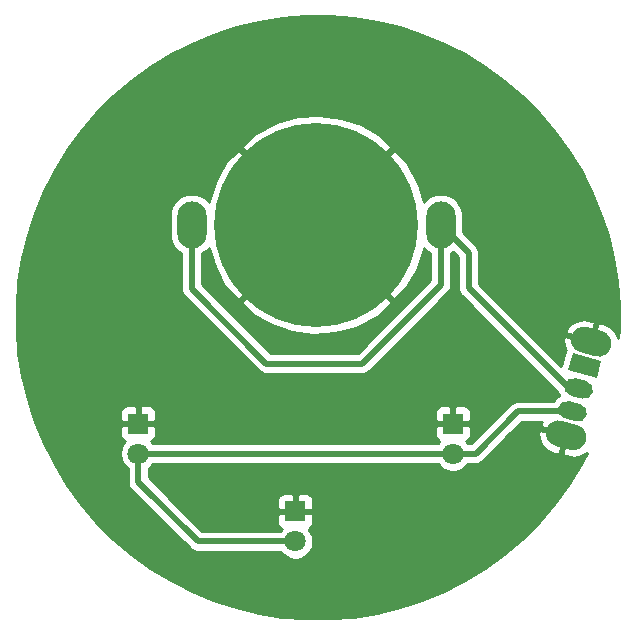
<source format=gbr>
%TF.GenerationSoftware,KiCad,Pcbnew,(5.1.8)-1*%
%TF.CreationDate,2022-03-30T16:17:14-07:00*%
%TF.ProjectId,Alpenglow_ChillySnowCloud_AllSilver_PCB,416c7065-6e67-46c6-9f77-5f4368696c6c,rev?*%
%TF.SameCoordinates,Original*%
%TF.FileFunction,Copper,L2,Bot*%
%TF.FilePolarity,Positive*%
%FSLAX46Y46*%
G04 Gerber Fmt 4.6, Leading zero omitted, Abs format (unit mm)*
G04 Created by KiCad (PCBNEW (5.1.8)-1) date 2022-03-30 16:17:14*
%MOMM*%
%LPD*%
G01*
G04 APERTURE LIST*
%TA.AperFunction,ComponentPad*%
%ADD10C,0.100000*%
%TD*%
%TA.AperFunction,ComponentPad*%
%ADD11O,2.500000X4.000000*%
%TD*%
%TA.AperFunction,SMDPad,CuDef*%
%ADD12C,17.272000*%
%TD*%
%TA.AperFunction,ComponentPad*%
%ADD13R,1.800000X1.800000*%
%TD*%
%TA.AperFunction,ComponentPad*%
%ADD14C,1.800000*%
%TD*%
%TA.AperFunction,Conductor*%
%ADD15C,0.508000*%
%TD*%
%TA.AperFunction,Conductor*%
%ADD16C,0.254000*%
%TD*%
%TA.AperFunction,Conductor*%
%ADD17C,0.100000*%
%TD*%
G04 APERTURE END LIST*
%TO.P,SW1,*%
%TO.N,GND*%
%TA.AperFunction,ComponentPad*%
G36*
G01*
X131978053Y-109161398D02*
X133233757Y-109497862D01*
G75*
G02*
X134011574Y-110845081I-284701J-1062518D01*
G01*
X134011574Y-110845081D01*
G75*
G02*
X132664355Y-111622898I-1062518J284701D01*
G01*
X131408651Y-111286434D01*
G75*
G02*
X130630834Y-109939215I284701J1062518D01*
G01*
X130630834Y-109939215D01*
G75*
G02*
X131978053Y-109161398I1062518J-284701D01*
G01*
G37*
%TD.AperFunction*%
%TA.AperFunction,ComponentPad*%
G36*
G01*
X134100369Y-101240806D02*
X135356073Y-101577270D01*
G75*
G02*
X136133890Y-102924489I-284701J-1062518D01*
G01*
X136133890Y-102924489D01*
G75*
G02*
X134786671Y-103702306I-1062518J284701D01*
G01*
X133530967Y-103365842D01*
G75*
G02*
X132753150Y-102018623I284701J1062518D01*
G01*
X132753150Y-102018623D01*
G75*
G02*
X134100369Y-101240806I1062518J-284701D01*
G01*
G37*
%TD.AperFunction*%
%TO.P,SW1,3*%
%TO.N,/LED+*%
%TA.AperFunction,ComponentPad*%
G36*
G01*
X132575875Y-107509849D02*
X133541801Y-107768669D01*
G75*
G02*
X134072131Y-108687227I-194114J-724444D01*
G01*
X134072131Y-108687227D01*
G75*
G02*
X133153573Y-109217557I-724444J194114D01*
G01*
X132187647Y-108958737D01*
G75*
G02*
X131657317Y-108040179I194114J724444D01*
G01*
X131657317Y-108040179D01*
G75*
G02*
X132575875Y-107509849I724444J-194114D01*
G01*
G37*
%TD.AperFunction*%
%TO.P,SW1,2*%
%TO.N,VCC*%
%TA.AperFunction,ComponentPad*%
G36*
G01*
X133093513Y-105577998D02*
X134059439Y-105836818D01*
G75*
G02*
X134589769Y-106755376I-194114J-724444D01*
G01*
X134589769Y-106755376D01*
G75*
G02*
X133671211Y-107285706I-724444J194114D01*
G01*
X132705285Y-107026886D01*
G75*
G02*
X132174955Y-106108328I194114J724444D01*
G01*
X132174955Y-106108328D01*
G75*
G02*
X133093513Y-105577998I724444J-194114D01*
G01*
G37*
%TD.AperFunction*%
%TA.AperFunction,ComponentPad*%
D10*
%TO.P,SW1,1*%
%TO.N,Net-(SW1-Pad1)*%
G36*
X132886707Y-103452032D02*
G01*
X135301522Y-104099079D01*
X134913293Y-105547968D01*
X132498478Y-104900921D01*
X132886707Y-103452032D01*
G37*
%TD.AperFunction*%
%TD*%
D11*
%TO.P,BT1,1*%
%TO.N,VCC*%
X121716800Y-92583000D03*
X100634800Y-92583000D03*
D12*
%TO.P,BT1,2*%
%TO.N,GND*%
X111175800Y-92583000D03*
%TD*%
D13*
%TO.P,D1,1*%
%TO.N,GND*%
X96088200Y-109397800D03*
D14*
%TO.P,D1,2*%
%TO.N,/LED+*%
X96088200Y-111937800D03*
%TD*%
D13*
%TO.P,D2,1*%
%TO.N,GND*%
X109397800Y-116840000D03*
D14*
%TO.P,D2,2*%
%TO.N,/LED+*%
X109397800Y-119380000D03*
%TD*%
%TO.P,D3,2*%
%TO.N,/LED+*%
X122732800Y-111937800D03*
D13*
%TO.P,D3,1*%
%TO.N,GND*%
X122732800Y-109397800D03*
%TD*%
D15*
%TO.N,VCC*%
X100634800Y-97993200D02*
X100634800Y-92583000D01*
X106959400Y-104317800D02*
X100634800Y-97993200D01*
X115036600Y-104317800D02*
X106959400Y-104317800D01*
X121716800Y-97637600D02*
X115036600Y-104317800D01*
X121716800Y-92583000D02*
X121716800Y-97637600D01*
X121894600Y-92583000D02*
X121716800Y-92583000D01*
X133382362Y-106001978D02*
X132957466Y-106001978D01*
X133382362Y-106431852D02*
X133382362Y-106001978D01*
X133382362Y-106431852D02*
X132568452Y-106431852D01*
X124079000Y-94945200D02*
X121716800Y-92583000D01*
X124079000Y-97942400D02*
X124079000Y-94945200D01*
X132568452Y-106431852D02*
X124079000Y-97942400D01*
%TO.N,/LED+*%
X132864724Y-108363703D02*
X128237297Y-108363703D01*
X124663200Y-111937800D02*
X122732800Y-111937800D01*
X128237297Y-108363703D02*
X124663200Y-111937800D01*
X122732800Y-111937800D02*
X96088200Y-111937800D01*
X96088200Y-111937800D02*
X96088200Y-114325400D01*
X101142800Y-119380000D02*
X109397800Y-119380000D01*
X96088200Y-114325400D02*
X101142800Y-119380000D01*
%TD*%
D16*
%TO.N,GND*%
X114298884Y-75062553D02*
X116277593Y-75375950D01*
X118225613Y-75843628D01*
X120130934Y-76462705D01*
X121981810Y-77229363D01*
X123766829Y-78138875D01*
X125474986Y-79185635D01*
X127095749Y-80363188D01*
X128619126Y-81664275D01*
X130035725Y-83080874D01*
X131336812Y-84604251D01*
X132514365Y-86225014D01*
X133561125Y-87933171D01*
X134470637Y-89718190D01*
X135237295Y-91569066D01*
X135856372Y-93474387D01*
X136324050Y-95422407D01*
X136637447Y-97401116D01*
X136794629Y-99398313D01*
X136794629Y-101401687D01*
X136735759Y-102149703D01*
X136637426Y-101882274D01*
X136459551Y-101591307D01*
X136228328Y-101340633D01*
X135952645Y-101139885D01*
X135643095Y-100996777D01*
X135015244Y-100828545D01*
X134599063Y-102381753D01*
X134618382Y-102386929D01*
X134552641Y-102632275D01*
X134533323Y-102627099D01*
X134528147Y-102646418D01*
X134282801Y-102580677D01*
X134287977Y-102561359D01*
X132265208Y-102019359D01*
X132081527Y-102248757D01*
X132078936Y-102403872D01*
X132131922Y-102740760D01*
X132249614Y-103060838D01*
X132315345Y-103168361D01*
X132314438Y-103169820D01*
X132270377Y-103286887D01*
X131934443Y-104540607D01*
X128877344Y-101483508D01*
X132286574Y-101483508D01*
X132330948Y-101774014D01*
X134353717Y-102316013D01*
X134769898Y-100762805D01*
X134142047Y-100594572D01*
X133802415Y-100563732D01*
X133463292Y-100599744D01*
X133137711Y-100701223D01*
X132838183Y-100864270D01*
X132576220Y-101082619D01*
X132361888Y-101347880D01*
X132286574Y-101483508D01*
X128877344Y-101483508D01*
X124968000Y-97574165D01*
X124968000Y-94988859D01*
X124972300Y-94945199D01*
X124968000Y-94901539D01*
X124968000Y-94901533D01*
X124955136Y-94770926D01*
X124955136Y-94770924D01*
X124904302Y-94603347D01*
X124900589Y-94596400D01*
X124821753Y-94448909D01*
X124710659Y-94313541D01*
X124676736Y-94285701D01*
X123601800Y-93210765D01*
X123601800Y-91740403D01*
X123574525Y-91463476D01*
X123466739Y-91108152D01*
X123291703Y-90780683D01*
X123056145Y-90493655D01*
X122769117Y-90258097D01*
X122441648Y-90083061D01*
X122086324Y-89975275D01*
X121716800Y-89938880D01*
X121347277Y-89975275D01*
X120991953Y-90083061D01*
X120664484Y-90258097D01*
X120377456Y-90493655D01*
X120257041Y-90640381D01*
X119871088Y-89239772D01*
X119051779Y-87607645D01*
X118786436Y-87210530D01*
X117740033Y-86198372D01*
X111355405Y-92583000D01*
X117740033Y-98967628D01*
X118786436Y-97955470D01*
X119688316Y-96367478D01*
X120263065Y-94634051D01*
X120273989Y-94546271D01*
X120377455Y-94672345D01*
X120664483Y-94907903D01*
X120827800Y-94995198D01*
X120827801Y-97269363D01*
X114668365Y-103428800D01*
X107327636Y-103428800D01*
X103046069Y-99147233D01*
X104791172Y-99147233D01*
X105803330Y-100193636D01*
X107391322Y-101095516D01*
X109124749Y-101670265D01*
X110936997Y-101895796D01*
X112758422Y-101763442D01*
X114519028Y-101278288D01*
X116151155Y-100458979D01*
X116548270Y-100193636D01*
X117560428Y-99147233D01*
X111175800Y-92762605D01*
X104791172Y-99147233D01*
X103046069Y-99147233D01*
X101523800Y-97624965D01*
X101523800Y-94995198D01*
X101687117Y-94907903D01*
X101974145Y-94672345D01*
X102094559Y-94525620D01*
X102480512Y-95926228D01*
X103299821Y-97558355D01*
X103565164Y-97955470D01*
X104611567Y-98967628D01*
X110996195Y-92583000D01*
X104611567Y-86198372D01*
X103565164Y-87210530D01*
X102663284Y-88798522D01*
X102088535Y-90531949D01*
X102077611Y-90619729D01*
X101974145Y-90493655D01*
X101687117Y-90258097D01*
X101359648Y-90083061D01*
X101004324Y-89975275D01*
X100634800Y-89938880D01*
X100265277Y-89975275D01*
X99909953Y-90083061D01*
X99582484Y-90258097D01*
X99295456Y-90493655D01*
X99059898Y-90780683D01*
X98884862Y-91108152D01*
X98777075Y-91463476D01*
X98749800Y-91740403D01*
X98749800Y-93425596D01*
X98777075Y-93702523D01*
X98884861Y-94057847D01*
X99059897Y-94385317D01*
X99295455Y-94672345D01*
X99582483Y-94907903D01*
X99745801Y-94995198D01*
X99745800Y-97949540D01*
X99741500Y-97993200D01*
X99745800Y-98036860D01*
X99745800Y-98036866D01*
X99758664Y-98167473D01*
X99809497Y-98335050D01*
X99892047Y-98489490D01*
X100003141Y-98624859D01*
X100037064Y-98652699D01*
X106299906Y-104915542D01*
X106327741Y-104949459D01*
X106463109Y-105060553D01*
X106617549Y-105143103D01*
X106683458Y-105163096D01*
X106785124Y-105193936D01*
X106818324Y-105197206D01*
X106915733Y-105206800D01*
X106915739Y-105206800D01*
X106959399Y-105211100D01*
X107003059Y-105206800D01*
X114992940Y-105206800D01*
X115036600Y-105211100D01*
X115080260Y-105206800D01*
X115080267Y-105206800D01*
X115210874Y-105193936D01*
X115378451Y-105143103D01*
X115532891Y-105060553D01*
X115668259Y-104949459D01*
X115696099Y-104915536D01*
X122314542Y-98297094D01*
X122348459Y-98269259D01*
X122459553Y-98133891D01*
X122542103Y-97979451D01*
X122590797Y-97818926D01*
X122592936Y-97811876D01*
X122597245Y-97768126D01*
X122605800Y-97681267D01*
X122605800Y-97681261D01*
X122610100Y-97637601D01*
X122605800Y-97593941D01*
X122605800Y-94995198D01*
X122769117Y-94907903D01*
X122777548Y-94900983D01*
X123190001Y-95313436D01*
X123190000Y-97898740D01*
X123185700Y-97942400D01*
X123190000Y-97986060D01*
X123190000Y-97986066D01*
X123202864Y-98116673D01*
X123253697Y-98284250D01*
X123336247Y-98438690D01*
X123447341Y-98574059D01*
X123481264Y-98601899D01*
X131567083Y-106687719D01*
X131581555Y-106749788D01*
X131694151Y-106998291D01*
X131708768Y-107018689D01*
X131685912Y-107029045D01*
X131464150Y-107187956D01*
X131277652Y-107387079D01*
X131223163Y-107474703D01*
X128280956Y-107474703D01*
X128237296Y-107470403D01*
X128193636Y-107474703D01*
X128193630Y-107474703D01*
X128096221Y-107484297D01*
X128063021Y-107487567D01*
X127961355Y-107518407D01*
X127895446Y-107538400D01*
X127741006Y-107620950D01*
X127605638Y-107732044D01*
X127577803Y-107765961D01*
X124294965Y-111048800D01*
X123984917Y-111048800D01*
X123925112Y-110959295D01*
X123858673Y-110892856D01*
X123876980Y-110887302D01*
X123987294Y-110828337D01*
X124083985Y-110748985D01*
X124163337Y-110652294D01*
X124222302Y-110541980D01*
X124258612Y-110422282D01*
X124270872Y-110297800D01*
X124267800Y-109683550D01*
X124109050Y-109524800D01*
X122859800Y-109524800D01*
X122859800Y-109544800D01*
X122605800Y-109544800D01*
X122605800Y-109524800D01*
X121356550Y-109524800D01*
X121197800Y-109683550D01*
X121194728Y-110297800D01*
X121206988Y-110422282D01*
X121243298Y-110541980D01*
X121302263Y-110652294D01*
X121381615Y-110748985D01*
X121478306Y-110828337D01*
X121588620Y-110887302D01*
X121606927Y-110892856D01*
X121540488Y-110959295D01*
X121480683Y-111048800D01*
X97340317Y-111048800D01*
X97280512Y-110959295D01*
X97214073Y-110892856D01*
X97232380Y-110887302D01*
X97342694Y-110828337D01*
X97439385Y-110748985D01*
X97518737Y-110652294D01*
X97577702Y-110541980D01*
X97614012Y-110422282D01*
X97626272Y-110297800D01*
X97623200Y-109683550D01*
X97464450Y-109524800D01*
X96215200Y-109524800D01*
X96215200Y-109544800D01*
X95961200Y-109544800D01*
X95961200Y-109524800D01*
X94711950Y-109524800D01*
X94553200Y-109683550D01*
X94550128Y-110297800D01*
X94562388Y-110422282D01*
X94598698Y-110541980D01*
X94657663Y-110652294D01*
X94737015Y-110748985D01*
X94833706Y-110828337D01*
X94944020Y-110887302D01*
X94962327Y-110892856D01*
X94895888Y-110959295D01*
X94727901Y-111210705D01*
X94612189Y-111490057D01*
X94553200Y-111786616D01*
X94553200Y-112088984D01*
X94612189Y-112385543D01*
X94727901Y-112664895D01*
X94895888Y-112916305D01*
X95109695Y-113130112D01*
X95199201Y-113189918D01*
X95199201Y-114281730D01*
X95194900Y-114325400D01*
X95212064Y-114499674D01*
X95262898Y-114667252D01*
X95345448Y-114821691D01*
X95456542Y-114957059D01*
X95490459Y-114984894D01*
X100483306Y-119977742D01*
X100511141Y-120011659D01*
X100646509Y-120122753D01*
X100800949Y-120205303D01*
X100895558Y-120234002D01*
X100968525Y-120256136D01*
X100985125Y-120257771D01*
X101099133Y-120269000D01*
X101099140Y-120269000D01*
X101142800Y-120273300D01*
X101186460Y-120269000D01*
X108145683Y-120269000D01*
X108205488Y-120358505D01*
X108419295Y-120572312D01*
X108670705Y-120740299D01*
X108950057Y-120856011D01*
X109246616Y-120915000D01*
X109548984Y-120915000D01*
X109845543Y-120856011D01*
X110124895Y-120740299D01*
X110376305Y-120572312D01*
X110590112Y-120358505D01*
X110758099Y-120107095D01*
X110873811Y-119827743D01*
X110932800Y-119531184D01*
X110932800Y-119228816D01*
X110873811Y-118932257D01*
X110758099Y-118652905D01*
X110590112Y-118401495D01*
X110523673Y-118335056D01*
X110541980Y-118329502D01*
X110652294Y-118270537D01*
X110748985Y-118191185D01*
X110828337Y-118094494D01*
X110887302Y-117984180D01*
X110923612Y-117864482D01*
X110935872Y-117740000D01*
X110932800Y-117125750D01*
X110774050Y-116967000D01*
X109524800Y-116967000D01*
X109524800Y-116987000D01*
X109270800Y-116987000D01*
X109270800Y-116967000D01*
X108021550Y-116967000D01*
X107862800Y-117125750D01*
X107859728Y-117740000D01*
X107871988Y-117864482D01*
X107908298Y-117984180D01*
X107967263Y-118094494D01*
X108046615Y-118191185D01*
X108143306Y-118270537D01*
X108253620Y-118329502D01*
X108271927Y-118335056D01*
X108205488Y-118401495D01*
X108145683Y-118491000D01*
X101511036Y-118491000D01*
X98960036Y-115940000D01*
X107859728Y-115940000D01*
X107862800Y-116554250D01*
X108021550Y-116713000D01*
X109270800Y-116713000D01*
X109270800Y-115463750D01*
X109524800Y-115463750D01*
X109524800Y-116713000D01*
X110774050Y-116713000D01*
X110932800Y-116554250D01*
X110935872Y-115940000D01*
X110923612Y-115815518D01*
X110887302Y-115695820D01*
X110828337Y-115585506D01*
X110748985Y-115488815D01*
X110652294Y-115409463D01*
X110541980Y-115350498D01*
X110422282Y-115314188D01*
X110297800Y-115301928D01*
X109683550Y-115305000D01*
X109524800Y-115463750D01*
X109270800Y-115463750D01*
X109112050Y-115305000D01*
X108497800Y-115301928D01*
X108373318Y-115314188D01*
X108253620Y-115350498D01*
X108143306Y-115409463D01*
X108046615Y-115488815D01*
X107967263Y-115585506D01*
X107908298Y-115695820D01*
X107871988Y-115815518D01*
X107859728Y-115940000D01*
X98960036Y-115940000D01*
X96977200Y-113957165D01*
X96977200Y-113189917D01*
X97066705Y-113130112D01*
X97280512Y-112916305D01*
X97340317Y-112826800D01*
X121480683Y-112826800D01*
X121540488Y-112916305D01*
X121754295Y-113130112D01*
X122005705Y-113298099D01*
X122285057Y-113413811D01*
X122581616Y-113472800D01*
X122883984Y-113472800D01*
X123180543Y-113413811D01*
X123459895Y-113298099D01*
X123711305Y-113130112D01*
X123925112Y-112916305D01*
X123984917Y-112826800D01*
X124619540Y-112826800D01*
X124663200Y-112831100D01*
X124706860Y-112826800D01*
X124706867Y-112826800D01*
X124837474Y-112813936D01*
X125005051Y-112763103D01*
X125159491Y-112680553D01*
X125294859Y-112569459D01*
X125322699Y-112535536D01*
X127533771Y-110324464D01*
X129956620Y-110324464D01*
X130009606Y-110661352D01*
X130127298Y-110981430D01*
X130305173Y-111272397D01*
X130536396Y-111523071D01*
X130812079Y-111723819D01*
X131121629Y-111866927D01*
X131749480Y-112035159D01*
X132165661Y-110481951D01*
X130142892Y-109939951D01*
X129959211Y-110169349D01*
X129956620Y-110324464D01*
X127533771Y-110324464D01*
X128605533Y-109252703D01*
X130252313Y-109252703D01*
X130239572Y-109268472D01*
X130164258Y-109404100D01*
X130208632Y-109694606D01*
X132231401Y-110236605D01*
X132236577Y-110217286D01*
X132481923Y-110283027D01*
X132476747Y-110302345D01*
X132496066Y-110307521D01*
X132430325Y-110552867D01*
X132411007Y-110547691D01*
X131994826Y-112100899D01*
X132622677Y-112269132D01*
X132962309Y-112299972D01*
X133301432Y-112263960D01*
X133627013Y-112162481D01*
X133926541Y-111999434D01*
X134059590Y-111888537D01*
X133561125Y-112866829D01*
X132514365Y-114574986D01*
X131336812Y-116195749D01*
X130035725Y-117719126D01*
X128619126Y-119135725D01*
X127095749Y-120436812D01*
X125474986Y-121614365D01*
X123766829Y-122661125D01*
X121981810Y-123570637D01*
X120130934Y-124337295D01*
X118225613Y-124956372D01*
X116277593Y-125424050D01*
X114298884Y-125737447D01*
X112301687Y-125894629D01*
X110298313Y-125894629D01*
X108301116Y-125737447D01*
X106322407Y-125424050D01*
X104374387Y-124956372D01*
X102469066Y-124337295D01*
X100618190Y-123570637D01*
X98833171Y-122661125D01*
X97125014Y-121614365D01*
X95504251Y-120436812D01*
X93980874Y-119135725D01*
X92564275Y-117719126D01*
X91263188Y-116195749D01*
X90085635Y-114574986D01*
X89038875Y-112866829D01*
X88129363Y-111081810D01*
X87362705Y-109230934D01*
X87124496Y-108497800D01*
X94550128Y-108497800D01*
X94553200Y-109112050D01*
X94711950Y-109270800D01*
X95961200Y-109270800D01*
X95961200Y-108021550D01*
X96215200Y-108021550D01*
X96215200Y-109270800D01*
X97464450Y-109270800D01*
X97623200Y-109112050D01*
X97626272Y-108497800D01*
X121194728Y-108497800D01*
X121197800Y-109112050D01*
X121356550Y-109270800D01*
X122605800Y-109270800D01*
X122605800Y-108021550D01*
X122859800Y-108021550D01*
X122859800Y-109270800D01*
X124109050Y-109270800D01*
X124267800Y-109112050D01*
X124270872Y-108497800D01*
X124258612Y-108373318D01*
X124222302Y-108253620D01*
X124163337Y-108143306D01*
X124083985Y-108046615D01*
X123987294Y-107967263D01*
X123876980Y-107908298D01*
X123757282Y-107871988D01*
X123632800Y-107859728D01*
X123018550Y-107862800D01*
X122859800Y-108021550D01*
X122605800Y-108021550D01*
X122447050Y-107862800D01*
X121832800Y-107859728D01*
X121708318Y-107871988D01*
X121588620Y-107908298D01*
X121478306Y-107967263D01*
X121381615Y-108046615D01*
X121302263Y-108143306D01*
X121243298Y-108253620D01*
X121206988Y-108373318D01*
X121194728Y-108497800D01*
X97626272Y-108497800D01*
X97614012Y-108373318D01*
X97577702Y-108253620D01*
X97518737Y-108143306D01*
X97439385Y-108046615D01*
X97342694Y-107967263D01*
X97232380Y-107908298D01*
X97112682Y-107871988D01*
X96988200Y-107859728D01*
X96373950Y-107862800D01*
X96215200Y-108021550D01*
X95961200Y-108021550D01*
X95802450Y-107862800D01*
X95188200Y-107859728D01*
X95063718Y-107871988D01*
X94944020Y-107908298D01*
X94833706Y-107967263D01*
X94737015Y-108046615D01*
X94657663Y-108143306D01*
X94598698Y-108253620D01*
X94562388Y-108373318D01*
X94550128Y-108497800D01*
X87124496Y-108497800D01*
X86743628Y-107325613D01*
X86275950Y-105377593D01*
X85962553Y-103398884D01*
X85805371Y-101401687D01*
X85805371Y-99398313D01*
X85962553Y-97401116D01*
X86275950Y-95422407D01*
X86743628Y-93474387D01*
X87362705Y-91569066D01*
X88129363Y-89718190D01*
X89038875Y-87933171D01*
X90085635Y-86225014D01*
X90235482Y-86018767D01*
X104791172Y-86018767D01*
X111175800Y-92403395D01*
X117560428Y-86018767D01*
X116548270Y-84972364D01*
X114960278Y-84070484D01*
X113226851Y-83495735D01*
X111414603Y-83270204D01*
X109593178Y-83402558D01*
X107832572Y-83887712D01*
X106200445Y-84707021D01*
X105803330Y-84972364D01*
X104791172Y-86018767D01*
X90235482Y-86018767D01*
X91263188Y-84604251D01*
X92564275Y-83080874D01*
X93980874Y-81664275D01*
X95504251Y-80363188D01*
X97125014Y-79185635D01*
X98833171Y-78138875D01*
X100618190Y-77229363D01*
X102469066Y-76462705D01*
X104374387Y-75843628D01*
X106322407Y-75375950D01*
X108301116Y-75062553D01*
X110298313Y-74905371D01*
X112301687Y-74905371D01*
X114298884Y-75062553D01*
%TA.AperFunction,Conductor*%
D17*
G36*
X114298884Y-75062553D02*
G01*
X116277593Y-75375950D01*
X118225613Y-75843628D01*
X120130934Y-76462705D01*
X121981810Y-77229363D01*
X123766829Y-78138875D01*
X125474986Y-79185635D01*
X127095749Y-80363188D01*
X128619126Y-81664275D01*
X130035725Y-83080874D01*
X131336812Y-84604251D01*
X132514365Y-86225014D01*
X133561125Y-87933171D01*
X134470637Y-89718190D01*
X135237295Y-91569066D01*
X135856372Y-93474387D01*
X136324050Y-95422407D01*
X136637447Y-97401116D01*
X136794629Y-99398313D01*
X136794629Y-101401687D01*
X136735759Y-102149703D01*
X136637426Y-101882274D01*
X136459551Y-101591307D01*
X136228328Y-101340633D01*
X135952645Y-101139885D01*
X135643095Y-100996777D01*
X135015244Y-100828545D01*
X134599063Y-102381753D01*
X134618382Y-102386929D01*
X134552641Y-102632275D01*
X134533323Y-102627099D01*
X134528147Y-102646418D01*
X134282801Y-102580677D01*
X134287977Y-102561359D01*
X132265208Y-102019359D01*
X132081527Y-102248757D01*
X132078936Y-102403872D01*
X132131922Y-102740760D01*
X132249614Y-103060838D01*
X132315345Y-103168361D01*
X132314438Y-103169820D01*
X132270377Y-103286887D01*
X131934443Y-104540607D01*
X128877344Y-101483508D01*
X132286574Y-101483508D01*
X132330948Y-101774014D01*
X134353717Y-102316013D01*
X134769898Y-100762805D01*
X134142047Y-100594572D01*
X133802415Y-100563732D01*
X133463292Y-100599744D01*
X133137711Y-100701223D01*
X132838183Y-100864270D01*
X132576220Y-101082619D01*
X132361888Y-101347880D01*
X132286574Y-101483508D01*
X128877344Y-101483508D01*
X124968000Y-97574165D01*
X124968000Y-94988859D01*
X124972300Y-94945199D01*
X124968000Y-94901539D01*
X124968000Y-94901533D01*
X124955136Y-94770926D01*
X124955136Y-94770924D01*
X124904302Y-94603347D01*
X124900589Y-94596400D01*
X124821753Y-94448909D01*
X124710659Y-94313541D01*
X124676736Y-94285701D01*
X123601800Y-93210765D01*
X123601800Y-91740403D01*
X123574525Y-91463476D01*
X123466739Y-91108152D01*
X123291703Y-90780683D01*
X123056145Y-90493655D01*
X122769117Y-90258097D01*
X122441648Y-90083061D01*
X122086324Y-89975275D01*
X121716800Y-89938880D01*
X121347277Y-89975275D01*
X120991953Y-90083061D01*
X120664484Y-90258097D01*
X120377456Y-90493655D01*
X120257041Y-90640381D01*
X119871088Y-89239772D01*
X119051779Y-87607645D01*
X118786436Y-87210530D01*
X117740033Y-86198372D01*
X111355405Y-92583000D01*
X117740033Y-98967628D01*
X118786436Y-97955470D01*
X119688316Y-96367478D01*
X120263065Y-94634051D01*
X120273989Y-94546271D01*
X120377455Y-94672345D01*
X120664483Y-94907903D01*
X120827800Y-94995198D01*
X120827801Y-97269363D01*
X114668365Y-103428800D01*
X107327636Y-103428800D01*
X103046069Y-99147233D01*
X104791172Y-99147233D01*
X105803330Y-100193636D01*
X107391322Y-101095516D01*
X109124749Y-101670265D01*
X110936997Y-101895796D01*
X112758422Y-101763442D01*
X114519028Y-101278288D01*
X116151155Y-100458979D01*
X116548270Y-100193636D01*
X117560428Y-99147233D01*
X111175800Y-92762605D01*
X104791172Y-99147233D01*
X103046069Y-99147233D01*
X101523800Y-97624965D01*
X101523800Y-94995198D01*
X101687117Y-94907903D01*
X101974145Y-94672345D01*
X102094559Y-94525620D01*
X102480512Y-95926228D01*
X103299821Y-97558355D01*
X103565164Y-97955470D01*
X104611567Y-98967628D01*
X110996195Y-92583000D01*
X104611567Y-86198372D01*
X103565164Y-87210530D01*
X102663284Y-88798522D01*
X102088535Y-90531949D01*
X102077611Y-90619729D01*
X101974145Y-90493655D01*
X101687117Y-90258097D01*
X101359648Y-90083061D01*
X101004324Y-89975275D01*
X100634800Y-89938880D01*
X100265277Y-89975275D01*
X99909953Y-90083061D01*
X99582484Y-90258097D01*
X99295456Y-90493655D01*
X99059898Y-90780683D01*
X98884862Y-91108152D01*
X98777075Y-91463476D01*
X98749800Y-91740403D01*
X98749800Y-93425596D01*
X98777075Y-93702523D01*
X98884861Y-94057847D01*
X99059897Y-94385317D01*
X99295455Y-94672345D01*
X99582483Y-94907903D01*
X99745801Y-94995198D01*
X99745800Y-97949540D01*
X99741500Y-97993200D01*
X99745800Y-98036860D01*
X99745800Y-98036866D01*
X99758664Y-98167473D01*
X99809497Y-98335050D01*
X99892047Y-98489490D01*
X100003141Y-98624859D01*
X100037064Y-98652699D01*
X106299906Y-104915542D01*
X106327741Y-104949459D01*
X106463109Y-105060553D01*
X106617549Y-105143103D01*
X106683458Y-105163096D01*
X106785124Y-105193936D01*
X106818324Y-105197206D01*
X106915733Y-105206800D01*
X106915739Y-105206800D01*
X106959399Y-105211100D01*
X107003059Y-105206800D01*
X114992940Y-105206800D01*
X115036600Y-105211100D01*
X115080260Y-105206800D01*
X115080267Y-105206800D01*
X115210874Y-105193936D01*
X115378451Y-105143103D01*
X115532891Y-105060553D01*
X115668259Y-104949459D01*
X115696099Y-104915536D01*
X122314542Y-98297094D01*
X122348459Y-98269259D01*
X122459553Y-98133891D01*
X122542103Y-97979451D01*
X122590797Y-97818926D01*
X122592936Y-97811876D01*
X122597245Y-97768126D01*
X122605800Y-97681267D01*
X122605800Y-97681261D01*
X122610100Y-97637601D01*
X122605800Y-97593941D01*
X122605800Y-94995198D01*
X122769117Y-94907903D01*
X122777548Y-94900983D01*
X123190001Y-95313436D01*
X123190000Y-97898740D01*
X123185700Y-97942400D01*
X123190000Y-97986060D01*
X123190000Y-97986066D01*
X123202864Y-98116673D01*
X123253697Y-98284250D01*
X123336247Y-98438690D01*
X123447341Y-98574059D01*
X123481264Y-98601899D01*
X131567083Y-106687719D01*
X131581555Y-106749788D01*
X131694151Y-106998291D01*
X131708768Y-107018689D01*
X131685912Y-107029045D01*
X131464150Y-107187956D01*
X131277652Y-107387079D01*
X131223163Y-107474703D01*
X128280956Y-107474703D01*
X128237296Y-107470403D01*
X128193636Y-107474703D01*
X128193630Y-107474703D01*
X128096221Y-107484297D01*
X128063021Y-107487567D01*
X127961355Y-107518407D01*
X127895446Y-107538400D01*
X127741006Y-107620950D01*
X127605638Y-107732044D01*
X127577803Y-107765961D01*
X124294965Y-111048800D01*
X123984917Y-111048800D01*
X123925112Y-110959295D01*
X123858673Y-110892856D01*
X123876980Y-110887302D01*
X123987294Y-110828337D01*
X124083985Y-110748985D01*
X124163337Y-110652294D01*
X124222302Y-110541980D01*
X124258612Y-110422282D01*
X124270872Y-110297800D01*
X124267800Y-109683550D01*
X124109050Y-109524800D01*
X122859800Y-109524800D01*
X122859800Y-109544800D01*
X122605800Y-109544800D01*
X122605800Y-109524800D01*
X121356550Y-109524800D01*
X121197800Y-109683550D01*
X121194728Y-110297800D01*
X121206988Y-110422282D01*
X121243298Y-110541980D01*
X121302263Y-110652294D01*
X121381615Y-110748985D01*
X121478306Y-110828337D01*
X121588620Y-110887302D01*
X121606927Y-110892856D01*
X121540488Y-110959295D01*
X121480683Y-111048800D01*
X97340317Y-111048800D01*
X97280512Y-110959295D01*
X97214073Y-110892856D01*
X97232380Y-110887302D01*
X97342694Y-110828337D01*
X97439385Y-110748985D01*
X97518737Y-110652294D01*
X97577702Y-110541980D01*
X97614012Y-110422282D01*
X97626272Y-110297800D01*
X97623200Y-109683550D01*
X97464450Y-109524800D01*
X96215200Y-109524800D01*
X96215200Y-109544800D01*
X95961200Y-109544800D01*
X95961200Y-109524800D01*
X94711950Y-109524800D01*
X94553200Y-109683550D01*
X94550128Y-110297800D01*
X94562388Y-110422282D01*
X94598698Y-110541980D01*
X94657663Y-110652294D01*
X94737015Y-110748985D01*
X94833706Y-110828337D01*
X94944020Y-110887302D01*
X94962327Y-110892856D01*
X94895888Y-110959295D01*
X94727901Y-111210705D01*
X94612189Y-111490057D01*
X94553200Y-111786616D01*
X94553200Y-112088984D01*
X94612189Y-112385543D01*
X94727901Y-112664895D01*
X94895888Y-112916305D01*
X95109695Y-113130112D01*
X95199201Y-113189918D01*
X95199201Y-114281730D01*
X95194900Y-114325400D01*
X95212064Y-114499674D01*
X95262898Y-114667252D01*
X95345448Y-114821691D01*
X95456542Y-114957059D01*
X95490459Y-114984894D01*
X100483306Y-119977742D01*
X100511141Y-120011659D01*
X100646509Y-120122753D01*
X100800949Y-120205303D01*
X100895558Y-120234002D01*
X100968525Y-120256136D01*
X100985125Y-120257771D01*
X101099133Y-120269000D01*
X101099140Y-120269000D01*
X101142800Y-120273300D01*
X101186460Y-120269000D01*
X108145683Y-120269000D01*
X108205488Y-120358505D01*
X108419295Y-120572312D01*
X108670705Y-120740299D01*
X108950057Y-120856011D01*
X109246616Y-120915000D01*
X109548984Y-120915000D01*
X109845543Y-120856011D01*
X110124895Y-120740299D01*
X110376305Y-120572312D01*
X110590112Y-120358505D01*
X110758099Y-120107095D01*
X110873811Y-119827743D01*
X110932800Y-119531184D01*
X110932800Y-119228816D01*
X110873811Y-118932257D01*
X110758099Y-118652905D01*
X110590112Y-118401495D01*
X110523673Y-118335056D01*
X110541980Y-118329502D01*
X110652294Y-118270537D01*
X110748985Y-118191185D01*
X110828337Y-118094494D01*
X110887302Y-117984180D01*
X110923612Y-117864482D01*
X110935872Y-117740000D01*
X110932800Y-117125750D01*
X110774050Y-116967000D01*
X109524800Y-116967000D01*
X109524800Y-116987000D01*
X109270800Y-116987000D01*
X109270800Y-116967000D01*
X108021550Y-116967000D01*
X107862800Y-117125750D01*
X107859728Y-117740000D01*
X107871988Y-117864482D01*
X107908298Y-117984180D01*
X107967263Y-118094494D01*
X108046615Y-118191185D01*
X108143306Y-118270537D01*
X108253620Y-118329502D01*
X108271927Y-118335056D01*
X108205488Y-118401495D01*
X108145683Y-118491000D01*
X101511036Y-118491000D01*
X98960036Y-115940000D01*
X107859728Y-115940000D01*
X107862800Y-116554250D01*
X108021550Y-116713000D01*
X109270800Y-116713000D01*
X109270800Y-115463750D01*
X109524800Y-115463750D01*
X109524800Y-116713000D01*
X110774050Y-116713000D01*
X110932800Y-116554250D01*
X110935872Y-115940000D01*
X110923612Y-115815518D01*
X110887302Y-115695820D01*
X110828337Y-115585506D01*
X110748985Y-115488815D01*
X110652294Y-115409463D01*
X110541980Y-115350498D01*
X110422282Y-115314188D01*
X110297800Y-115301928D01*
X109683550Y-115305000D01*
X109524800Y-115463750D01*
X109270800Y-115463750D01*
X109112050Y-115305000D01*
X108497800Y-115301928D01*
X108373318Y-115314188D01*
X108253620Y-115350498D01*
X108143306Y-115409463D01*
X108046615Y-115488815D01*
X107967263Y-115585506D01*
X107908298Y-115695820D01*
X107871988Y-115815518D01*
X107859728Y-115940000D01*
X98960036Y-115940000D01*
X96977200Y-113957165D01*
X96977200Y-113189917D01*
X97066705Y-113130112D01*
X97280512Y-112916305D01*
X97340317Y-112826800D01*
X121480683Y-112826800D01*
X121540488Y-112916305D01*
X121754295Y-113130112D01*
X122005705Y-113298099D01*
X122285057Y-113413811D01*
X122581616Y-113472800D01*
X122883984Y-113472800D01*
X123180543Y-113413811D01*
X123459895Y-113298099D01*
X123711305Y-113130112D01*
X123925112Y-112916305D01*
X123984917Y-112826800D01*
X124619540Y-112826800D01*
X124663200Y-112831100D01*
X124706860Y-112826800D01*
X124706867Y-112826800D01*
X124837474Y-112813936D01*
X125005051Y-112763103D01*
X125159491Y-112680553D01*
X125294859Y-112569459D01*
X125322699Y-112535536D01*
X127533771Y-110324464D01*
X129956620Y-110324464D01*
X130009606Y-110661352D01*
X130127298Y-110981430D01*
X130305173Y-111272397D01*
X130536396Y-111523071D01*
X130812079Y-111723819D01*
X131121629Y-111866927D01*
X131749480Y-112035159D01*
X132165661Y-110481951D01*
X130142892Y-109939951D01*
X129959211Y-110169349D01*
X129956620Y-110324464D01*
X127533771Y-110324464D01*
X128605533Y-109252703D01*
X130252313Y-109252703D01*
X130239572Y-109268472D01*
X130164258Y-109404100D01*
X130208632Y-109694606D01*
X132231401Y-110236605D01*
X132236577Y-110217286D01*
X132481923Y-110283027D01*
X132476747Y-110302345D01*
X132496066Y-110307521D01*
X132430325Y-110552867D01*
X132411007Y-110547691D01*
X131994826Y-112100899D01*
X132622677Y-112269132D01*
X132962309Y-112299972D01*
X133301432Y-112263960D01*
X133627013Y-112162481D01*
X133926541Y-111999434D01*
X134059590Y-111888537D01*
X133561125Y-112866829D01*
X132514365Y-114574986D01*
X131336812Y-116195749D01*
X130035725Y-117719126D01*
X128619126Y-119135725D01*
X127095749Y-120436812D01*
X125474986Y-121614365D01*
X123766829Y-122661125D01*
X121981810Y-123570637D01*
X120130934Y-124337295D01*
X118225613Y-124956372D01*
X116277593Y-125424050D01*
X114298884Y-125737447D01*
X112301687Y-125894629D01*
X110298313Y-125894629D01*
X108301116Y-125737447D01*
X106322407Y-125424050D01*
X104374387Y-124956372D01*
X102469066Y-124337295D01*
X100618190Y-123570637D01*
X98833171Y-122661125D01*
X97125014Y-121614365D01*
X95504251Y-120436812D01*
X93980874Y-119135725D01*
X92564275Y-117719126D01*
X91263188Y-116195749D01*
X90085635Y-114574986D01*
X89038875Y-112866829D01*
X88129363Y-111081810D01*
X87362705Y-109230934D01*
X87124496Y-108497800D01*
X94550128Y-108497800D01*
X94553200Y-109112050D01*
X94711950Y-109270800D01*
X95961200Y-109270800D01*
X95961200Y-108021550D01*
X96215200Y-108021550D01*
X96215200Y-109270800D01*
X97464450Y-109270800D01*
X97623200Y-109112050D01*
X97626272Y-108497800D01*
X121194728Y-108497800D01*
X121197800Y-109112050D01*
X121356550Y-109270800D01*
X122605800Y-109270800D01*
X122605800Y-108021550D01*
X122859800Y-108021550D01*
X122859800Y-109270800D01*
X124109050Y-109270800D01*
X124267800Y-109112050D01*
X124270872Y-108497800D01*
X124258612Y-108373318D01*
X124222302Y-108253620D01*
X124163337Y-108143306D01*
X124083985Y-108046615D01*
X123987294Y-107967263D01*
X123876980Y-107908298D01*
X123757282Y-107871988D01*
X123632800Y-107859728D01*
X123018550Y-107862800D01*
X122859800Y-108021550D01*
X122605800Y-108021550D01*
X122447050Y-107862800D01*
X121832800Y-107859728D01*
X121708318Y-107871988D01*
X121588620Y-107908298D01*
X121478306Y-107967263D01*
X121381615Y-108046615D01*
X121302263Y-108143306D01*
X121243298Y-108253620D01*
X121206988Y-108373318D01*
X121194728Y-108497800D01*
X97626272Y-108497800D01*
X97614012Y-108373318D01*
X97577702Y-108253620D01*
X97518737Y-108143306D01*
X97439385Y-108046615D01*
X97342694Y-107967263D01*
X97232380Y-107908298D01*
X97112682Y-107871988D01*
X96988200Y-107859728D01*
X96373950Y-107862800D01*
X96215200Y-108021550D01*
X95961200Y-108021550D01*
X95802450Y-107862800D01*
X95188200Y-107859728D01*
X95063718Y-107871988D01*
X94944020Y-107908298D01*
X94833706Y-107967263D01*
X94737015Y-108046615D01*
X94657663Y-108143306D01*
X94598698Y-108253620D01*
X94562388Y-108373318D01*
X94550128Y-108497800D01*
X87124496Y-108497800D01*
X86743628Y-107325613D01*
X86275950Y-105377593D01*
X85962553Y-103398884D01*
X85805371Y-101401687D01*
X85805371Y-99398313D01*
X85962553Y-97401116D01*
X86275950Y-95422407D01*
X86743628Y-93474387D01*
X87362705Y-91569066D01*
X88129363Y-89718190D01*
X89038875Y-87933171D01*
X90085635Y-86225014D01*
X90235482Y-86018767D01*
X104791172Y-86018767D01*
X111175800Y-92403395D01*
X117560428Y-86018767D01*
X116548270Y-84972364D01*
X114960278Y-84070484D01*
X113226851Y-83495735D01*
X111414603Y-83270204D01*
X109593178Y-83402558D01*
X107832572Y-83887712D01*
X106200445Y-84707021D01*
X105803330Y-84972364D01*
X104791172Y-86018767D01*
X90235482Y-86018767D01*
X91263188Y-84604251D01*
X92564275Y-83080874D01*
X93980874Y-81664275D01*
X95504251Y-80363188D01*
X97125014Y-79185635D01*
X98833171Y-78138875D01*
X100618190Y-77229363D01*
X102469066Y-76462705D01*
X104374387Y-75843628D01*
X106322407Y-75375950D01*
X108301116Y-75062553D01*
X110298313Y-74905371D01*
X112301687Y-74905371D01*
X114298884Y-75062553D01*
G37*
%TD.AperFunction*%
%TD*%
M02*

</source>
